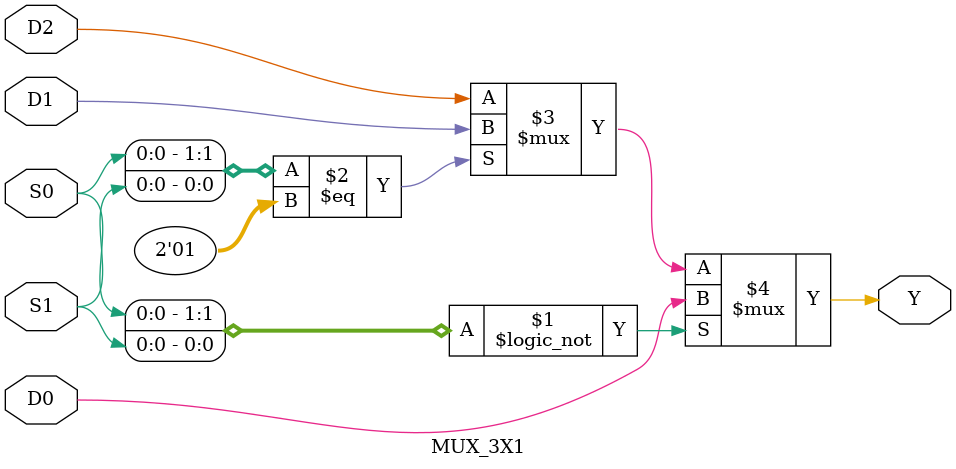
<source format=v>
module MUX_3X1(D0,D1,D2,S0,S1,Y);
input D0,D1,D2,S0,S1;
output Y;
assign Y= ({S0,S1}==2'b00)?D0:({S0,S1}==2'b01)?D1:D2;					
endmodule
</source>
